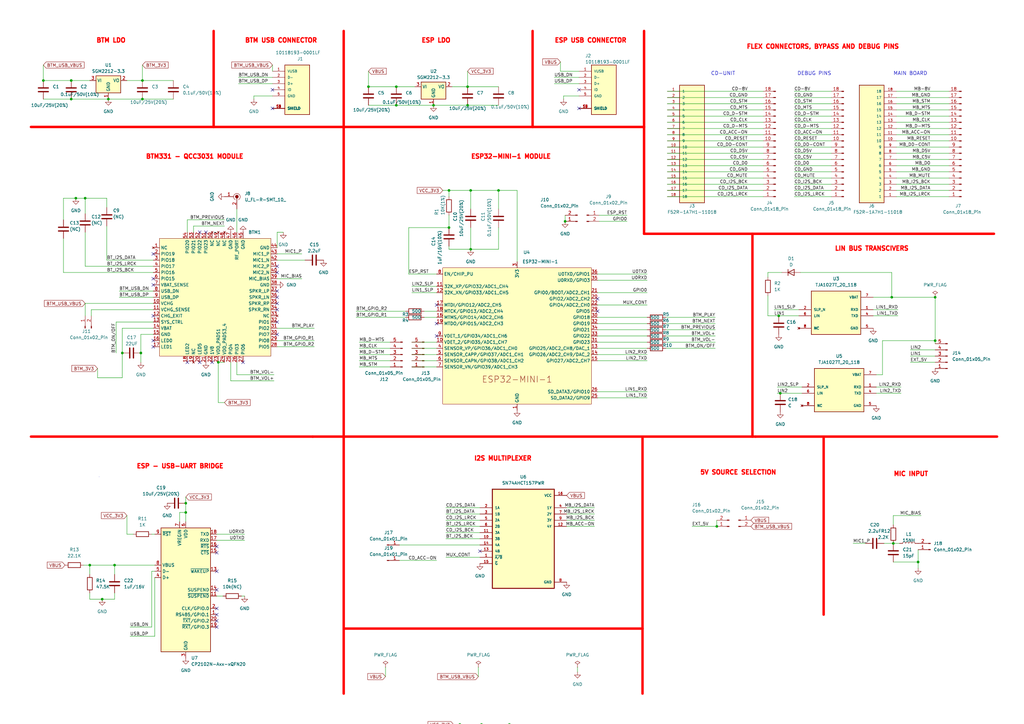
<source format=kicad_sch>
(kicad_sch (version 20230121) (generator eeschema)
  (paper "A3")
  (title_block (title "Volvo P1 bluetooth MOD dev board") (date "2023-10-01") (rev "0.1") (company "MCMSB"))
  (junction (at 204.47 78.105))
  (junction (at 197.485 297.18))
  (junction (at 34.925 81.28))
  (junction (at 366.395 222.885))
  (junction (at 383.54 139.7))
  (junction (at 231.775 90.805))
  (junction (at 29.21 33.02))
  (junction (at 162.56 35.56))
  (junction (at 58.42 33.02))
  (junction (at 177.8 43.18))
  (junction (at 58.42 40.64))
  (junction (at 188.595 312.42))
  (junction (at 197.485 321.31))
  (junction (at 294.005 215.9))
  (junction (at 191.77 35.56))
  (junction (at 17.78 33.02))
  (junction (at 208.915 297.18))
  (junction (at 216.535 377.19))
  (junction (at 383.54 121.92))
  (junction (at 184.15 78.105))
  (junction (at 44.45 40.64))
  (junction (at 180.34 349.25))
  (junction (at 89.535 148.59))
  (junction (at 57.785 144.78))
  (junction (at 320.04 161.29))
  (junction (at 31.115 81.28))
  (junction (at 29.21 40.64))
  (junction (at 376.555 230.505))
  (junction (at 319.405 129.54))
  (junction (at 36.83 231.775))
  (junction (at 180.34 354.33))
  (junction (at 365.76 121.92))
  (junction (at 188.595 297.18))
  (junction (at 151.13 35.56))
  (junction (at 76.2 210.185))
  (junction (at 193.04 102.235))
  (junction (at 41.91 245.745))
  (junction (at 46.99 231.775))
  (junction (at 162.56 43.18))
  (junction (at 50.165 144.78))
  (junction (at 193.04 78.105))
  (junction (at 191.77 43.18))
  (junction (at 76.2 206.375))
  (junction (at 184.15 93.345))
  (no_connect (at 86.995 148.59))
  (no_connect (at 245.11 127.635))
  (no_connect (at 249.555 346.71))
  (no_connect (at 81.915 148.59))
  (no_connect (at 111.76 36.83))
  (no_connect (at 113.665 111.76))
  (no_connect (at 113.665 127))
  (no_connect (at 113.665 119.38))
  (no_connect (at 88.9 224.155))
  (no_connect (at 179.07 132.715))
  (no_connect (at 237.49 44.45))
  (no_connect (at 183.515 344.17))
  (no_connect (at 113.665 124.46))
  (no_connect (at 88.9 254.635))
  (no_connect (at 84.455 95.25))
  (no_connect (at 245.11 122.555))
  (no_connect (at 111.76 44.45))
  (no_connect (at 62.865 129.54))
  (no_connect (at 113.665 121.92))
  (no_connect (at 88.9 249.555))
  (no_connect (at 249.555 341.63))
  (no_connect (at 99.695 148.59))
  (no_connect (at 179.07 137.795))
  (no_connect (at 81.915 95.25))
  (no_connect (at 76.835 148.59))
  (no_connect (at 88.9 234.315))
  (no_connect (at 62.865 104.14))
  (no_connect (at 113.665 137.16))
  (no_connect (at 237.49 36.83))
  (no_connect (at 196.85 226.06))
  (no_connect (at 113.665 132.08))
  (no_connect (at 183.515 351.79))
  (no_connect (at 88.9 252.095))
  (no_connect (at 62.865 116.84))
  (no_connect (at 113.665 109.22))
  (no_connect (at 88.9 226.695))
  (no_connect (at 62.865 139.7))
  (no_connect (at 62.865 114.3))
  (no_connect (at 88.9 241.935))
  (no_connect (at 179.07 125.095))
  (no_connect (at 88.9 257.175))
  (no_connect (at 62.865 142.24))
  (wire (pts (xy 273.05 137.795) (xy 293.37 137.795)))
  (wire (pts (xy 151.765 361.95) (xy 164.465 361.95)))
  (wire (pts (xy 94.615 148.59) (xy 94.615 156.21)))
  (wire (pts (xy 368.3 127) (xy 358.14 127)))
  (wire (pts (xy 389.255 50.165) (xy 367.665 50.165)))
  (wire (pts (xy 89.535 165.1) (xy 89.535 148.59)))
  (wire (pts (xy 147.32 150.495) (xy 160.02 150.495)))
  (wire (pts (xy 265.43 163.195) (xy 245.11 163.195)))
  (wire (pts (xy 183.515 346.71) (xy 178.435 346.71)))
  (wire (pts (xy 197.485 321.31) (xy 197.485 312.42)))
  (wire (pts (xy 277.495 354.33) (xy 297.815 354.33)))
  (wire (pts (xy 320.675 111.76) (xy 314.96 111.76)))
  (wire (pts (xy 197.485 297.18) (xy 197.485 304.8)))
  (wire (pts (xy 358.14 121.92) (xy 365.76 121.92)))
  (wire (pts (xy 34.925 124.46) (xy 62.865 124.46)))
  (wire (pts (xy 249.555 367.03) (xy 269.875 367.03)))
  (wire (pts (xy 184.15 88.265) (xy 184.15 93.345)))
  (wire (pts (xy 166.37 130.175) (xy 146.05 130.175)))
  (wire (pts (xy 367.665 45.085) (xy 389.255 45.085)))
  (wire (pts (xy 47.625 144.78) (xy 47.625 132.08)))
  (wire (pts (xy 320.04 161.29) (xy 328.93 161.29)))
  (wire (pts (xy 94.615 156.21) (xy 112.395 156.21)))
  (wire (pts (xy 314.96 129.54) (xy 319.405 129.54)))
  (wire (pts (xy 17.78 26.67) (xy 17.78 33.02)))
  (wire (pts (xy 100.33 221.615) (xy 88.9 221.615)))
  (wire (pts (xy 249.555 361.95) (xy 269.875 361.95)))
  (wire (pts (xy 389.255 60.325) (xy 367.665 60.325)))
  (wire (pts (xy 52.07 33.02) (xy 58.42 33.02)))
  (wire (pts (xy 179.07 127.635) (xy 173.99 127.635)))
  (wire (pts (xy 325.755 67.945) (xy 340.995 67.945)))
  (wire (pts (xy 151.765 356.87) (xy 164.465 356.87)))
  (wire (pts (xy 249.555 356.87) (xy 269.875 356.87)))
  (wire (pts (xy 273.685 42.545) (xy 313.055 42.545)))
  (wire (pts (xy 314.96 111.76) (xy 314.96 113.665)))
  (wire (pts (xy 269.875 334.01) (xy 249.555 334.01)))
  (wire (pts (xy 277.495 364.49) (xy 297.18 364.49)))
  (wire (pts (xy 26.035 97.79) (xy 26.035 111.76)))
  (wire (pts (xy 367.665 80.645) (xy 389.255 80.645)))
  (wire (pts (xy 204.47 78.105) (xy 204.47 85.725)))
  (wire (pts (xy 269.875 351.79) (xy 249.555 351.79)))
  (wire (pts (xy 73.66 210.185) (xy 73.66 213.995)))
  (wire (pts (xy 249.555 344.17) (xy 269.875 344.17)))
  (wire (pts (xy 116.205 95.25) (xy 113.665 95.25)))
  (wire (pts (xy 184.15 100.965) (xy 184.15 102.235)))
  (wire (pts (xy 366.395 230.505) (xy 376.555 230.505)))
  (wire (pts (xy 182.88 228.6) (xy 196.85 228.6)))
  (wire (pts (xy 193.04 102.235) (xy 204.47 102.235)))
  (wire (pts (xy 172.085 312.42) (xy 188.595 312.42)))
  (wire (pts (xy 313.055 57.785) (xy 273.685 57.785)))
  (wire (pts (xy 245.11 135.255) (xy 265.43 135.255)))
  (wire (pts (xy 36.83 245.745) (xy 36.83 243.205)))
  (wire (pts (xy 41.91 245.745) (xy 46.99 245.745)))
  (wire (pts (xy 273.685 75.565) (xy 313.055 75.565)))
  (wire (pts (xy 367.665 55.245) (xy 389.255 55.245)))
  (wire (pts (xy 367.665 78.105) (xy 389.255 78.105)))
  (wire (pts (xy 123.825 104.14) (xy 113.665 104.14)))
  (wire (pts (xy 325.755 70.485) (xy 340.995 70.485)))
  (wire (pts (xy 273.685 78.105) (xy 313.055 78.105)))
  (wire (pts (xy 188.595 321.31) (xy 197.485 321.31)))
  (wire (pts (xy 79.375 95.25) (xy 79.375 92.71)))
  (wire (pts (xy 313.055 73.025) (xy 273.685 73.025)))
  (wire (pts (xy 173.355 361.95) (xy 183.515 361.95)))
  (wire (pts (xy 76.2 210.185) (xy 73.66 210.185)))
  (wire (pts (xy 361.95 139.7) (xy 383.54 139.7)))
  (wire (pts (xy 273.685 37.465) (xy 313.055 37.465)))
  (wire (pts (xy 273.685 65.405) (xy 313.055 65.405)))
  (wire (pts (xy 167.64 112.395) (xy 167.64 93.345)))
  (wire (pts (xy 88.9 244.475) (xy 91.44 244.475)))
  (wire (pts (xy 249.555 364.49) (xy 269.875 364.49)))
  (wire (pts (xy 317.5 127) (xy 327.66 127)))
  (wire (pts (xy 362.585 222.885) (xy 366.395 222.885)))
  (wire (pts (xy 170.815 346.71) (xy 150.495 346.71)))
  (wire (pts (xy 158.115 273.685) (xy 158.115 277.495)))
  (wire (pts (xy 265.43 112.395) (xy 245.11 112.395)))
  (wire (pts (xy 188.595 307.34) (xy 188.595 312.42)))
  (wire (pts (xy 177.8 43.18) (xy 191.77 43.18)))
  (wire (pts (xy 63.5 260.985) (xy 53.34 260.985)))
  (wire (pts (xy 182.88 215.9) (xy 196.85 215.9)))
  (wire (pts (xy 180.34 349.25) (xy 178.435 349.25)))
  (wire (pts (xy 325.755 80.645) (xy 340.995 80.645)))
  (wire (pts (xy 173.355 339.09) (xy 183.515 339.09)))
  (wire (pts (xy 31.115 81.28) (xy 34.925 81.28)))
  (wire (pts (xy 365.76 111.76) (xy 365.76 121.92)))
  (wire (pts (xy 313.055 60.325) (xy 273.685 60.325)))
  (wire (pts (xy 359.41 153.67) (xy 361.95 153.67)))
  (wire (pts (xy 43.815 81.28) (xy 34.925 81.28)))
  (wire (pts (xy 376.555 233.045) (xy 376.555 230.505)))
  (wire (pts (xy 113.665 106.68) (xy 125.095 106.68)))
  (wire (pts (xy 367.665 52.705) (xy 389.255 52.705)))
  (wire (pts (xy 389.255 65.405) (xy 367.665 65.405)))
  (wire (pts (xy 76.2 203.835) (xy 76.2 206.375)))
  (wire (pts (xy 89.535 148.59) (xy 92.075 148.59)))
  (wire (pts (xy 182.88 210.82) (xy 196.85 210.82)))
  (wire (pts (xy 366.395 222.885) (xy 368.935 222.885)))
  (wire (pts (xy 168.91 117.475) (xy 179.07 117.475)))
  (wire (pts (xy 26.035 111.76) (xy 62.865 111.76)))
  (wire (pts (xy 97.79 34.29) (xy 111.76 34.29)))
  (wire (pts (xy 163.83 229.87) (xy 179.07 229.87)))
  (wire (pts (xy 389.255 57.785) (xy 367.665 57.785)))
  (wire (pts (xy 186.055 297.18) (xy 188.595 297.18)))
  (wire (pts (xy 76.2 206.375) (xy 76.2 210.185)))
  (wire (pts (xy 389.255 37.465) (xy 367.665 37.465)))
  (wire (pts (xy 100.33 219.075) (xy 88.9 219.075)))
  (wire (pts (xy 257.175 88.265) (xy 245.745 88.265)))
  (wire (pts (xy 325.755 62.865) (xy 340.995 62.865)))
  (wire (pts (xy 184.15 78.105) (xy 184.15 80.645)))
  (wire (pts (xy 265.43 145.415) (xy 245.11 145.415)))
  (wire (pts (xy 167.64 93.345) (xy 184.15 93.345)))
  (wire (pts (xy 204.47 35.56) (xy 191.77 35.56)))
  (wire (pts (xy 249.555 359.41) (xy 269.875 359.41)))
  (wire (pts (xy 185.42 35.56) (xy 191.77 35.56)))
  (wire (pts (xy 273.05 140.335) (xy 293.37 140.335)))
  (wire (pts (xy 349.885 222.885) (xy 354.965 222.885)))
  (wire (pts (xy 361.95 153.67) (xy 361.95 139.7)))
  (wire (pts (xy 245.11 142.875) (xy 265.43 142.875)))
  (wire (pts (xy 180.34 354.33) (xy 183.515 354.33)))
  (wire (pts (xy 97.155 148.59) (xy 97.155 153.67)))
  (wire (pts (xy 273.05 142.875) (xy 293.37 142.875)))
  (wire (pts (xy 62.23 219.075) (xy 63.5 219.075)))
  (wire (pts (xy 265.43 120.015) (xy 245.11 120.015)))
  (wire (pts (xy 245.11 137.795) (xy 265.43 137.795)))
  (wire (pts (xy 389.255 73.025) (xy 367.665 73.025)))
  (wire (pts (xy 62.23 234.315) (xy 62.23 257.175)))
  (wire (pts (xy 376.555 230.505) (xy 376.555 225.425)))
  (wire (pts (xy 168.91 147.955) (xy 179.07 147.955)))
  (wire (pts (xy 147.32 145.415) (xy 160.02 145.415)))
  (wire (pts (xy 216.535 297.18) (xy 216.535 326.39)))
  (wire (pts (xy 369.57 161.29) (xy 359.41 161.29)))
  (wire (pts (xy 37.465 127) (xy 62.865 127)))
  (wire (pts (xy 216.535 377.19) (xy 219.075 377.19)))
  (wire (pts (xy 17.78 40.64) (xy 29.21 40.64)))
  (wire (pts (xy 212.09 78.105) (xy 212.09 107.315)))
  (wire (pts (xy 188.595 320.04) (xy 188.595 321.31)))
  (wire (pts (xy 92.075 165.1) (xy 89.535 165.1)))
  (wire (pts (xy 273.685 70.485) (xy 313.055 70.485)))
  (wire (pts (xy 232.41 215.9) (xy 243.84 215.9)))
  (wire (pts (xy 188.595 297.18) (xy 188.595 299.72)))
  (wire (pts (xy 34.925 109.22) (xy 62.865 109.22)))
  (wire (pts (xy 269.875 372.11) (xy 249.555 372.11)))
  (wire (pts (xy 168.91 140.335) (xy 179.07 140.335)))
  (wire (pts (xy 29.21 40.64) (xy 44.45 40.64)))
  (wire (pts (xy 208.915 297.18) (xy 216.535 297.18)))
  (wire (pts (xy 188.595 297.18) (xy 197.485 297.18)))
  (wire (pts (xy 325.755 45.085) (xy 340.995 45.085)))
  (wire (pts (xy 57.785 137.16) (xy 57.785 144.78)))
  (wire (pts (xy 111.76 39.37) (xy 104.14 39.37)))
  (wire (pts (xy 208.915 297.18) (xy 208.915 304.8)))
  (wire (pts (xy 168.91 142.875) (xy 179.07 142.875)))
  (wire (pts (xy 273.685 62.865) (xy 313.055 62.865)))
  (wire (pts (xy 48.895 121.92) (xy 62.865 121.92)))
  (wire (pts (xy 62.23 257.175) (xy 53.34 257.175)))
  (wire (pts (xy 265.43 114.935) (xy 245.11 114.935)))
  (wire (pts (xy 273.685 40.005) (xy 313.055 40.005)))
  (wire (pts (xy 245.745 90.805) (xy 257.175 90.805)))
  (wire (pts (xy 269.875 331.47) (xy 249.555 331.47)))
  (wire (pts (xy 166.37 127.635) (xy 146.05 127.635)))
  (wire (pts (xy 389.255 42.545) (xy 367.665 42.545)))
  (wire (pts (xy 44.45 40.64) (xy 58.42 40.64)))
  (wire (pts (xy 277.495 361.95) (xy 297.815 361.95)))
  (wire (pts (xy 63.5 236.855) (xy 63.5 260.985)))
  (wire (pts (xy 325.755 65.405) (xy 340.995 65.405)))
  (wire (pts (xy 273.685 47.625) (xy 313.055 47.625)))
  (wire (pts (xy 237.49 34.29) (xy 227.33 34.29)))
  (wire (pts (xy 26.035 81.28) (xy 31.115 81.28)))
  (wire (pts (xy 40.005 151.13) (xy 40.005 154.94)))
  (wire (pts (xy 58.42 26.67) (xy 58.42 33.02)))
  (wire (pts (xy 183.515 331.47) (xy 172.085 331.47)))
  (wire (pts (xy 63.5 234.315) (xy 62.23 234.315)))
  (wire (pts (xy 151.765 359.41) (xy 164.465 359.41)))
  (wire (pts (xy 365.76 121.92) (xy 383.54 121.92)))
  (wire (pts (xy 104.14 39.37) (xy 104.14 40.64)))
  (wire (pts (xy 368.3 129.54) (xy 358.14 129.54)))
  (wire (pts (xy 389.255 70.485) (xy 367.665 70.485)))
  (wire (pts (xy 273.685 55.245) (xy 313.055 55.245)))
  (wire (pts (xy 325.755 78.105) (xy 340.995 78.105)))
  (wire (pts (xy 231.14 39.37) (xy 231.14 40.64)))
  (wire (pts (xy 197.485 297.18) (xy 208.915 297.18)))
  (wire (pts (xy 325.755 75.565) (xy 340.995 75.565)))
  (wire (pts (xy 232.41 208.28) (xy 243.84 208.28)))
  (wire (pts (xy 318.77 161.29) (xy 320.04 161.29)))
  (wire (pts (xy 249.555 354.33) (xy 269.875 354.33)))
  (wire (pts (xy 151.13 35.56) (xy 162.56 35.56)))
  (wire (pts (xy 46.99 231.775) (xy 63.5 231.775)))
  (wire (pts (xy 76.835 95.25) (xy 76.835 90.17)))
  (wire (pts (xy 325.755 47.625) (xy 340.995 47.625)))
  (wire (pts (xy 273.685 80.645) (xy 313.055 80.645)))
  (wire (pts (xy 184.15 102.235) (xy 193.04 102.235)))
  (wire (pts (xy 325.755 50.165) (xy 340.995 50.165)))
  (wire (pts (xy 58.42 40.64) (xy 71.12 40.64)))
  (wire (pts (xy 162.56 35.56) (xy 170.18 35.56)))
  (wire (pts (xy 269.875 349.25) (xy 249.555 349.25)))
  (wire (pts (xy 196.85 218.44) (xy 182.88 218.44)))
  (wire (pts (xy 269.875 339.09) (xy 249.555 339.09)))
  (wire (pts (xy 245.11 132.715) (xy 265.43 132.715)))
  (wire (pts (xy 79.375 92.71) (xy 92.075 92.71)))
  (wire (pts (xy 367.665 75.565) (xy 389.255 75.565)))
  (wire (pts (xy 97.79 31.75) (xy 111.76 31.75)))
  (wire (pts (xy 277.495 356.87) (xy 297.815 356.87)))
  (wire (pts (xy 34.925 81.28) (xy 34.925 87.63)))
  (wire (pts (xy 173.355 336.55) (xy 183.515 336.55)))
  (wire (pts (xy 245.11 125.095) (xy 265.43 125.095)))
  (wire (pts (xy 265.43 147.955) (xy 245.11 147.955)))
  (wire (pts (xy 62.865 134.62) (xy 50.165 134.62)))
  (wire (pts (xy 373.38 146.05) (xy 383.54 146.05)))
  (wire (pts (xy 113.665 142.24) (xy 128.905 142.24)))
  (wire (pts (xy 191.77 43.18) (xy 204.47 43.18)))
  (wire (pts (xy 383.54 139.7) (xy 383.54 140.97)))
  (wire (pts (xy 231.775 88.265) (xy 231.775 90.805)))
  (wire (pts (xy 273.05 135.255) (xy 293.37 135.255)))
  (wire (pts (xy 162.56 43.18) (xy 177.8 43.18)))
  (wire (pts (xy 151.765 364.49) (xy 164.465 364.49)))
  (wire (pts (xy 128.905 139.7) (xy 113.665 139.7)))
  (wire (pts (xy 325.755 73.025) (xy 340.995 73.025)))
  (wire (pts (xy 229.87 25.4) (xy 229.87 29.21)))
  (wire (pts (xy 204.47 78.105) (xy 212.09 78.105)))
  (wire (pts (xy 191.77 29.21) (xy 191.77 35.56)))
  (wire (pts (xy 196.85 208.28) (xy 182.88 208.28)))
  (wire (pts (xy 57.785 144.78) (xy 57.785 148.59)))
  (wire (pts (xy 325.755 52.705) (xy 340.995 52.705)))
  (wire (pts (xy 48.895 119.38) (xy 62.865 119.38)))
  (wire (pts (xy 173.355 356.87) (xy 183.515 356.87)))
  (wire (pts (xy 269.875 369.57) (xy 249.555 369.57)))
  (wire (pts (xy 111.76 26.67) (xy 111.76 29.21)))
  (wire (pts (xy 313.055 50.165) (xy 273.685 50.165)))
  (wire (pts (xy 46.99 245.745) (xy 46.99 243.205)))
  (wire (pts (xy 47.625 132.08) (xy 62.865 132.08)))
  (wire (pts (xy 227.33 31.75) (xy 237.49 31.75)))
  (wire (pts (xy 172.085 331.47) (xy 172.085 312.42)))
  (wire (pts (xy 196.215 273.685) (xy 196.215 277.495)))
  (wire (pts (xy 325.755 40.005) (xy 340.995 40.005)))
  (wire (pts (xy 151.13 43.18) (xy 162.56 43.18)))
  (wire (pts (xy 237.49 39.37) (xy 231.14 39.37)))
  (wire (pts (xy 17.78 33.02) (xy 29.21 33.02)))
  (wire (pts (xy 389.255 67.945) (xy 367.665 67.945)))
  (wire (pts (xy 389.255 47.625) (xy 367.665 47.625)))
  (wire (pts (xy 328.295 111.76) (xy 365.76 111.76)))
  (wire (pts (xy 373.38 143.51) (xy 383.54 143.51)))
  (wire (pts (xy 245.11 130.175) (xy 265.43 130.175)))
  (wire (pts (xy 319.405 129.54) (xy 327.66 129.54)))
  (wire (pts (xy 52.07 211.455) (xy 52.07 219.075)))
  (wire (pts (xy 325.755 57.785) (xy 340.995 57.785)))
  (wire (pts (xy 373.38 148.59) (xy 383.54 148.59)))
  (wire (pts (xy 173.355 364.49) (xy 183.515 364.49)))
  (wire (pts (xy 34.925 95.25) (xy 34.925 109.22)))
  (wire (pts (xy 389.255 40.005) (xy 367.665 40.005)))
  (wire (pts (xy 50.165 144.78) (xy 50.165 154.94)))
  (wire (pts (xy 314.96 121.285) (xy 314.96 129.54)))
  (wire (pts (xy 34.925 124.46) (xy 34.925 129.54)))
  (wire (pts (xy 26.035 90.17) (xy 26.035 81.28)))
  (wire (pts (xy 52.07 219.075) (xy 54.61 219.075)))
  (wire (pts (xy 383.54 121.92) (xy 383.54 139.7)))
  (wire (pts (xy 325.755 60.325) (xy 340.995 60.325)))
  (wire (pts (xy 43.815 106.68) (xy 62.865 106.68)))
  (wire (pts (xy 283.845 215.9) (xy 294.005 215.9)))
  (wire (pts (xy 265.43 160.655) (xy 245.11 160.655)))
  (wire (pts (xy 273.685 52.705) (xy 313.055 52.705)))
  (wire (pts (xy 369.57 158.75) (xy 359.41 158.75)))
  (wire (pts (xy 232.41 213.36) (xy 243.84 213.36)))
  (wire (pts (xy 273.05 132.715) (xy 293.37 132.715)))
  (wire (pts (xy 204.47 102.235) (xy 204.47 93.345)))
  (wire (pts (xy 76.835 90.17) (xy 92.075 90.17)))
  (wire (pts (xy 112.395 153.67) (xy 97.155 153.67)))
  (wire (pts (xy 183.515 349.25) (xy 180.34 349.25)))
  (wire (pts (xy 197.485 321.31) (xy 208.915 321.31)))
  (wire (pts (xy 37.465 129.54) (xy 37.465 127)))
  (wire (pts (xy 97.155 95.25) (xy 97.155 85.725)))
  (wire (pts (xy 100.33 244.475) (xy 99.06 244.475)))
  (wire (pts (xy 147.32 147.955) (xy 160.02 147.955)))
  (wire (pts (xy 377.825 211.455) (xy 366.395 211.455)))
  (wire (pts (xy 76.2 210.185) (xy 76.2 213.995)))
  (wire (pts (xy 182.88 220.98) (xy 196.85 220.98)))
  (wire (pts (xy 50.165 154.94) (xy 40.005 154.94)))
  (wire (pts (xy 123.825 114.3) (xy 113.665 114.3)))
  (wire (pts (xy 173.355 359.41) (xy 183.515 359.41)))
  (wire (pts (xy 147.32 140.335) (xy 160.02 140.335)))
  (wire (pts (xy 43.815 85.09) (xy 43.815 81.28)))
  (wire (pts (xy 163.83 223.52) (xy 196.85 223.52)))
  (wire (pts (xy 168.91 150.495) (xy 179.07 150.495)))
  (wire (pts (xy 245.11 140.335) (xy 265.43 140.335)))
  (wire (pts (xy 366.395 211.455) (xy 366.395 215.265)))
  (wire (pts (xy 62.865 137.16) (xy 57.785 137.16)))
  (wire (pts (xy 179.07 112.395) (xy 167.64 112.395)))
  (wire (pts (xy 147.32 142.875) (xy 160.02 142.875)))
  (wire (pts (xy 29.21 33.02) (xy 36.83 33.02)))
  (wire (pts (xy 277.495 367.03) (xy 297.815 367.03)))
  (wire (pts (xy 36.83 235.585) (xy 36.83 231.775)))
  (wire (pts (xy 36.83 231.775) (xy 46.99 231.775)))
  (wire (pts (xy 179.07 130.175) (xy 173.99 130.175)))
  (wire (pts (xy 168.91 120.015) (xy 179.07 120.015)))
  (wire (pts (xy 193.04 78.105) (xy 204.47 78.105)))
  (wire (pts (xy 193.04 102.235) (xy 193.04 93.345)))
  (wire (pts (xy 229.87 29.21) (xy 237.49 29.21)))
  (wire (pts (xy 325.755 42.545) (xy 340.995 42.545)))
  (wire (pts (xy 184.15 78.105) (xy 193.04 78.105)))
  (wire (pts (xy 208.915 321.31) (xy 208.915 312.42)))
  (wire (pts (xy 273.05 130.175) (xy 293.37 130.175)))
  (wire (pts (xy 151.765 354.33) (xy 164.465 354.33)))
  (wire (pts (xy 236.855 275.59) (xy 236.855 273.685)))
  (wire (pts (xy 113.665 95.25) (xy 113.665 101.6)))
  (wire (pts (xy 181.61 78.105) (xy 184.15 78.105)))
  (wire (pts (xy 277.495 359.41) (xy 297.815 359.41)))
  (wire (pts (xy 273.685 67.945) (xy 313.055 67.945)))
  (wire (pts (xy 325.755 37.465) (xy 340.995 37.465)))
  (wire (pts (xy 46.99 235.585) (xy 46.99 231.775)))
  (wire (pts (xy 128.905 134.62) (xy 113.665 134.62)))
  (wire (pts (xy 232.41 210.82) (xy 243.84 210.82)))
  (wire (pts (xy 294.005 213.36) (xy 294.005 215.9)))
  (wire (pts (xy 196.85 213.36) (xy 182.88 213.36)))
  (wire (pts (xy 193.04 78.105) (xy 193.04 85.725)))
  (wire (pts (xy 389.255 62.865) (xy 367.665 62.865)))
  (wire (pts (xy 325.755 55.245) (xy 340.995 55.245)))
  (wire (pts (xy 50.165 134.62) (xy 50.165 144.78)))
  (wire (pts (xy 34.29 231.775) (xy 36.83 231.775)))
  (wire (pts (xy 180.34 349.25) (xy 180.34 354.33)))
  (wire (pts (xy 318.77 158.75) (xy 328.93 158.75)))
  (wire (pts (xy 173.355 354.33) (xy 180.34 354.33)))
  (wire (pts (xy 151.13 29.21) (xy 151.13 35.56)))
  (wire (pts (xy 36.83 245.745) (xy 41.91 245.745)))
  (wire (pts (xy 170.815 349.25) (xy 150.495 349.25)))
  (wire (pts (xy 58.42 33.02) (xy 71.12 33.02)))
  (wire (pts (xy 43.815 92.71) (xy 43.815 106.68)))
  (wire (pts (xy 313.055 45.085) (xy 273.685 45.085)))
  (wire (pts (xy 168.91 145.415) (xy 179.07 145.415)))
  (rectangle (start 337.82 179.705) (end 337.82 252.095) (stroke (width 1) (color 255 0 0 1)))
  (rectangle (start 218.44 12.7) (end 218.44 52.07) (stroke (width 1) (color 255 0 0 1)))
  (rectangle (start 140.97 257.81) (end 263.525 257.81) (stroke (width 1) (color 255 0 0 1)))
  (rectangle (start 87.63 12.7) (end 87.63 52.07) (stroke (width 1) (color 255 0 0 1)))
  (rectangle (start 263.525 179.705) (end 263.525 284.48) (stroke (width 1) (color 255 0 0 1)))
  (rectangle (start 128.27 179.07) (end 309.88 179.07) (stroke (width 1) (color 255 0 0 1)))
  (rectangle (start 308.61 95.885) (end 308.61 179.07) (stroke (width 1) (color 255 0 0 1)))
  (rectangle (start 12.7 52.07) (end 140.97 52.07) (stroke (width 1) (color 255 0 0 1)))
  (rectangle (start 40.64 195.58) (end 40.64 195.58))
  (rectangle (start 140.97 52.07) (end 264.16 52.07) (stroke (width 1) (color 255 0 0 1)))
  (rectangle (start 140.97 12.7) (end 140.97 284.48) (stroke (width 1) (color 255 0 0 1)))
  (rectangle (start 12.7 179.07) (end 128.27 179.07) (stroke (width 1) (color 255 0 0 1)))
  (rectangle (start 264.16 12.7) (end 264.16 95.885) (stroke (width 1) (color 255 0 0 1)))
  (rectangle (start 309.88 179.07) (end 408.94 179.07) (stroke (width 1) (color 255 0 0 1)))
  (rectangle (start 264.16 95.885) (end 407.67 95.885) (stroke (width 1) (color 255 0 0 1)))
  (text "I2S MULTIPLEXER\n" (at 194.31 189.23 0) (effects (font (size 1.8 1.8) (thickness 0.6) bold) (justify left bottom)))
  (text "BTM USB CONNECTOR" (at 100.33 17.78 0) (effects (font (size 1.8 1.8) (thickness 0.6) bold) (justify left bottom)))
  (text "BTM LDO\n" (at 39.37 17.78 0) (effects (font (size 1.8 1.8) (thickness 0.6) bold) (justify left bottom)))
  (text "5V SOURCE SELECTION" (at 287.02 194.945 0) (effects (font (size 1.8 1.8) (thickness 0.6) bold) (justify left bottom)))
  (text "MIC INPUT\n" (at 366.395 195.58 0) (effects (font (size 1.8 1.8) (thickness 0.6) bold) (justify left bottom)))
  (text "MAIN BOARD" (at 366.395 31.115 0) (effects (font (size 1.5 1.5)) (justify left bottom)))
  (text "ESP32-MINI-1 MODULE" (at 193.04 65.405 0) (effects (font (size 1.8 1.8) (thickness 0.6) bold) (justify left bottom)))
  (text "ESP USB CONNECTOR" (at 227.33 17.78 0) (effects (font (size 1.8 1.8) (thickness 0.6) bold) (justify left bottom)))
  (text "BTM331 - QCC3031 MODULE\n" (at 59.69 65.405 0) (effects (font (size 1.8 1.8) (thickness 0.6) bold) (justify left bottom)))
  (text "CD-UNIT" (at 301.625 31.115 0) (effects (font (size 1.5 1.5)) (justify right bottom)))
  (text "ESP - USB-UART BRIDGE" (at 55.88 192.405 0) (effects (font (size 1.8 1.8) (thickness 0.6) bold) (justify left bottom)))
  (text "LIN BUS TRANSCIVERS\n\n" (at 342.265 106.045 0) (effects (font (size 1.8 1.8) (thickness 0.6) bold) (justify left bottom)))
  (text "DEBUG PINS" (at 340.995 31.115 0) (effects (font (size 1.5 1.5)) (justify right bottom)))
  (text "ESP LDO" (at 172.72 17.78 0) (effects (font (size 1.8 1.8) (thickness 0.6) bold) (justify left bottom)))
  (text "FLEX CONNECTORS, BYPASS AND DEBUG PINS" (at 306.07 20.32 0) (effects (font (size 1.8 1.8) (thickness 0.6) bold) (justify left bottom)))
  (label "LIN1_TXD" (at 368.3 129.54 180))
  (label "CD_C5V" (at 306.705 65.405 180))
  (label "LIN1" (at 317.5 129.54 0))
  (label "EXT_5V" (at 373.38 148.59 0))
  (label "CD_D-STM" (at 306.705 47.625 180))
  (label "GPIO0" (at 269.875 339.09 180))
  (label "CD_MTS" (at 306.705 45.085 180))
  (label "CD_STM" (at 325.755 42.545 0))
  (label "CD-8V" (at 325.755 37.465 0))
  (label "MB_D-MTS" (at 381.635 52.705 180))
  (label "MB_STM" (at 151.765 364.49 0))
  (label "BTM_GPIO_R1" (at 150.495 349.25 0))
  (label "BTM_GPIO_R2" (at 150.495 346.71 0))
  (label "U0TXD" (at 100.33 221.615 180))
  (label "MB_GND" (at 381.635 70.485 180))
  (label "CD_RESET" (at 306.705 57.785 180))
  (label "CD_CLK" (at 306.705 50.165 180))
  (label "BTM_VOL+" (at 297.815 356.87 180))
  (label "LIN1_TXD" (at 265.43 163.195 180))
  (label "MB_D-MTS" (at 151.765 354.33 0))
  (label "MB_GND" (at 381.635 40.005 180))
  (label "BTM_ON{slash}OFF" (at 47.625 144.78 90))
  (label "MB_I2S_BCK" (at 381.635 75.565 180))
  (label "MB_DD-CONT" (at 381.635 60.325 180))
  (label "CD_I2S_LRCK" (at 306.705 80.645 180))
  (label "U0TXD" (at 265.43 112.395 180))
  (label "LIN2_RXD" (at 269.875 351.79 180))
  (label "CD_RESET" (at 325.755 57.785 0))
  (label "BTM_VOL+" (at 293.37 137.795 180))
  (label "CD_ACC-ON" (at 306.705 55.245 180))
  (label "USB_DP" (at 53.34 260.985 0))
  (label "MB_STM" (at 147.32 150.495 0))
  (label "MUX_CONT" (at 269.875 344.17 180))
  (label "U0TXD" (at 269.875 331.47 180))
  (label "LIN2_SLP" (at 318.77 158.75 0))
  (label "CD_ACC-ON" (at 179.07 229.87 180))
  (label "LIN2" (at 373.38 143.51 0))
  (label "CD_MTS" (at 325.755 45.085 0))
  (label "MB_CLK" (at 151.765 356.87 0))
  (label "CD_GND" (at 325.755 40.005 0))
  (label "BTM_PREVIOUS" (at 92.075 90.17 180))
  (label "MB-8V" (at 381.635 37.465 180))
  (label "BTM_VOL-" (at 112.395 153.67 180))
  (label "BT_I2S_LRCK" (at 43.815 109.22 0))
  (label "BT_I2S_DATA" (at 182.88 210.82 0))
  (label "BTM_PLAY" (at 293.37 130.175 180))
  (label "LIN1_TXD" (at 269.875 372.11 180))
  (label "MB_I2S_DATA" (at 243.84 208.28 180))
  (label "ESP_RST" (at 167.64 112.395 0))
  (label "LIN2_TXD" (at 369.57 161.29 180))
  (label "CD_D0" (at 325.755 67.945 0))
  (label "MB_ACC-ON" (at 243.84 215.9 180))
  (label "MIC1_P" (at 349.885 222.885 0))
  (label "BTM_USB_DP" (at 97.79 34.29 0))
  (label "BTM_USB_DN" (at 48.895 119.38 0))
  (label "MB_D-STM" (at 381.635 47.625 180))
  (label "LIN1_SLP" (at 317.5 127 0))
  (label "MB_D-MTS" (at 147.32 140.335 0))
  (label "MUX_CONT" (at 265.43 125.095 180))
  (label "BTM_USB_DN" (at 97.79 31.75 0))
  (label "LIN2_RXD" (at 265.43 145.415 180))
  (label "BTM_PREVIOUS" (at 297.815 354.33 180))
  (label "CD_I2S_DATA" (at 325.755 78.105 0))
  (label "MB_I2S_LRCK" (at 243.84 210.82 180))
  (label "CD_MUTE" (at 325.755 73.025 0))
  (label "CD_I2S_DATA" (at 182.88 208.28 0))
  (label "CD_D5V" (at 325.755 62.865 0))
  (label "BTM_GPIO_R1" (at 146.05 130.175 0))
  (label "BTM_ON{slash}OFF" (at 293.37 142.875 180))
  (label "MB_D-STM" (at 147.32 145.415 0))
  (label "CD_D0" (at 306.705 67.945 180))
  (label "CD_ACC-ON" (at 325.755 55.245 0))
  (label "BTM_VOL-" (at 293.37 140.335 180))
  (label "ESP_RST" (at 257.175 88.265 180))
  (label "MB_MTS" (at 151.765 361.95 0))
  (label "BTM_NEXT" (at 293.37 132.715 180))
  (label "CD_GND" (at 325.755 70.485 0))
  (label "BTM_VOL-" (at 297.815 359.41 180))
  (label "GPIO0" (at 257.175 90.805 180))
  (label "CD_I2S_BCK" (at 325.755 75.565 0))
  (label "CD_I2S_LRCK" (at 325.755 80.645 0))
  (label "CD_C5V" (at 325.755 65.405 0))
  (label "MB_D5V" (at 381.635 62.865 180))
  (label "MB_D0" (at 381.635 67.945 180))
  (label "MB_MTS" (at 381.635 45.085 180))
  (label "CD_I2S_BCK" (at 182.88 218.44 0))
  (label "U0RXD" (at 100.33 219.075 180))
  (label "BTM_GPIO_R2" (at 128.905 142.24 180))
  (label "BTM_NEXT" (at 92.075 92.71 180))
  (label "GPIO0" (at 265.43 120.015 180))
  (label "LIN2_SLP" (at 173.355 336.55 0))
  (label "CD-8V" (at 306.705 37.465 180))
  (label "USB_DN" (at 53.34 257.175 0))
  (label "BTM_PREVIOUS" (at 293.37 135.255 180))
  (label "BTM_NEXT" (at 297.815 367.03 180))
  (label "CD_I2S_LRCK" (at 182.88 213.36 0))
  (label "CD_I2S_DATA" (at 306.705 78.105 180))
  (label "U0RXD" (at 265.43 114.935 180))
  (label "MB_C5V" (at 381.635 65.405 180))
  (label "BT_I2S_DATA" (at 43.815 106.68 0))
  (label "CD_MUTE" (at 306.705 73.025 180))
  (label "BTM_GPIO_R1" (at 128.905 139.7 180))
  (label "CD_D-MTS" (at 325.755 52.705 0))
  (label "LIN1_RXD" (at 368.3 127 180))
  (label "USB_DN" (at 227.33 31.75 0))
  (label "LIN1_RXD" (at 269.875 369.57 180))
  (label "MB_CLK" (at 147.32 142.875 0))
  (label "LIN1" (at 373.38 146.05 0))
  (label "BTM_GPIO_R2" (at 146.05 127.635 0))
  (label "EXT_5V" (at 283.845 215.9 0))
  (label "BTM_VOL+" (at 112.395 156.21 180))
  (label "MIC1_P" (at 123.825 104.14 180))
  (label "MIC_BIAS" (at 123.825 114.3 180))
  (label "CD_GND" (at 306.705 40.005 180))
  (label "LIN2_TXD" (at 269.875 349.25 180))
  (label "CD_DD-CONT" (at 306.705 60.325 180))
  (label "BT_I2S_BCK" (at 182.88 220.98 0))
  (label "CD_GND" (at 306.705 70.485 180))
  (label "BTM_ON{slash}OFF" (at 297.815 361.95 180))
  (label "U0RXD" (at 269.875 334.01 180))
  (label "LIN1_SLP" (at 173.355 339.09 0))
  (label "CD_DD-CONT" (at 325.755 60.325 0))
  (label "BTM_USB_DP" (at 48.895 121.92 0))
  (label "BTM_PLAY" (at 297.18 364.49 180))
  (label "LIN1_RXD" (at 265.43 160.655 180))
  (label "LIN2_RXD" (at 369.57 158.75 180))
  (label "BT_I2S_LRCK" (at 182.88 215.9 0))
  (label "LIN1_SLP" (at 168.91 120.015 0))
  (label "CD_STM" (at 306.705 42.545 180))
  (label "LIN2_TXD" (at 265.43 147.955 180))
  (label "MB_CLK" (at 381.635 50.165 180))
  (label "MB_RESET" (at 381.635 57.785 180))
  (label "MB_D-STM" (at 151.765 359.41 0))
  (label "CD_CLK" (at 325.755 50.165 0))
  (label "BTM_PLAY" (at 128.905 134.62 180))
  (label "USB_DP" (at 227.33 34.29 0))
  (label "MIC_BIAS" (at 377.825 211.455 180))
  (label "BT_I2S_BCK" (at 43.815 111.76 0))
  (label "LIN2" (at 318.77 161.29 0))
  (label "CD_D-STM" (at 325.755 47.625 0))
  (label "CD_I2S_BCK" (at 306.705 75.565 180))
  (label "MUX_CONT" (at 182.88 228.6 0))
  (label "MB_STM" (at 381.635 42.545 180))
  (label "MB_ACC-ON" (at 381.635 55.245 180))
  (label "CD_D5V" (at 306.705 62.865 180))
  (label "MB_I2S_LRCK" (at 381.635 80.645 180))
  (label "MB_I2S_BCK" (at 243.84 213.36 180))
  (label "CD_D-MTS" (at 306.705 52.705 180))
  (label "MB_MUTE" (at 381.635 73.025 180))
  (label "MB_I2S_DATA" (at 381.635 78.105 180))
  (label "MB_MTS" (at 147.32 147.955 0))
  (label "LIN2_SLP" (at 168.91 117.475 0))
  (global_label "BTM_3V3" (shape input) (at 92.075 165.1 0) (property "Intersheetrefs" "${INTERSHEET_REFS}" (effects hide)))
  (global_label "VBUS" (shape input) (at 232.41 203.2 0) (property "Intersheetrefs" "${INTERSHEET_REFS}" (effects hide)))
  (global_label "VCC_3V3" (shape input) (at 186.055 297.18 180) (property "Intersheetrefs" "${INTERSHEET_REFS}" (effects hide)))
  (global_label "VBUS" (shape input) (at 229.87 25.4 180) (property "Intersheetrefs" "${INTERSHEET_REFS}" (effects hide)))
  (global_label "BTM_USB_VBUS" (shape input) (at 196.215 277.495 180) (property "Intersheetrefs" "${INTERSHEET_REFS}" (effects hide)))
  (global_label "VCC_3V3" (shape input) (at 52.07 211.455 180) (property "Intersheetrefs" "${INTERSHEET_REFS}" (effects hide)))
  (global_label "BTM_USB_VBUS" (shape input) (at 111.76 26.67 180) (property "Intersheetrefs" "${INTERSHEET_REFS}" (effects hide)))
  (global_label "VCC_3V3" (shape input) (at 181.61 78.105 180) (property "Intersheetrefs" "${INTERSHEET_REFS}" (effects hide)))
  (global_label "BTM_3V3" (shape input) (at 58.42 26.67 0) (property "Intersheetrefs" "${INTERSHEET_REFS}" (effects hide)))
  (global_label "VBUS" (shape input) (at 307.975 213.36 0) (property "Intersheetrefs" "${INTERSHEET_REFS}" (effects hide)))
  (global_label "VCC_3V3" (shape input) (at 76.2 203.835 0) (property "Intersheetrefs" "${INTERSHEET_REFS}" (effects hide)))
  (global_label "VCC_3V3" (shape input) (at 191.77 29.21 0) (property "Intersheetrefs" "${INTERSHEET_REFS}" (effects hide)))
  (global_label "BTM_USB_VBUS" (shape input) (at 34.925 124.46 180) (property "Intersheetrefs" "${INTERSHEET_REFS}" (effects hide)))
  (global_label "BTM_USB_VBUS" (shape input) (at 307.975 215.9 0) (property "Intersheetrefs" "${INTERSHEET_REFS}" (effects hide)))
  (global_label "VBUS" (shape input) (at 158.115 277.495 180) (property "Intersheetrefs" "${INTERSHEET_REFS}" (effects hide)))
  (global_label "VBUS" (shape input) (at 151.13 29.21 0) (property "Intersheetrefs" "${INTERSHEET_REFS}" (effects hide)))
  (global_label "VBUS" (shape input) (at 26.67 231.775 180) (property "Intersheetrefs" "${INTERSHEET_REFS}" (effects hide)))
  (global_label "BTM_USB_VBUS" (shape input) (at 17.78 26.67 0) (property "Intersheetrefs" "${INTERSHEET_REFS}" (effects hide)))
  (global_label "BTM_3V3" (shape input) (at 40.005 151.13 180) (property "Intersheetrefs" "${INTERSHEET_REFS}" (effects hide)))
  (symbol (lib_id "Device:R") (at 273.685 359.41 270) (unit 1)
    (property "Reference" "R23" (at 276.225 358.14 90) (effects (justify left)))
    (property "Value" "500" (at 271.145 359.41 90) (effects (justify left)))
    (property "Footprint" "Resistor_SMD:R_0603_1608Metric" (effects hide))
  )
  (symbol (lib_id "power:PWR_FLAG") (at 158.115 273.685 0) (unit 1)
    (property "Reference" "#FLG02" (effects hide))
    (property "Value" "PWR_FLAG" (at 158.115 268.605 0))
  )
  (symbol (lib_id "Device:D") (at 324.485 111.76 0) (unit 1)
    (property "Reference" "D1" (at 324.485 106.045 0))
    (property "Value" "D" (at 324.485 108.585 0))
    (property "Footprint" "Diode_SMD:D_1206_3216Metric" (effects hide))
    (property "Sim.Device" "D" (effects hide))
    (property "Sim.Pins" "1=K 2=A" (effects hide))
  )
  (symbol (lib_id "SN74AHCT157PWR:SN74AHCT157PWR") (at 214.63 220.98 0) (unit 1)
    (property "Reference" "U6" (at 214.63 195.58 0))
    (property "Value" "SN74AHCT157PWR" (at 214.63 198.12 0))
    (property "Footprint" "footprints3rd:SOP65P640X120-16N" (effects hide))
    (property "MF" "Texas Instruments" (effects hide))
    (property "Description" "\nQuadruple 2-Line To 1-Line Data Selectors / Multiplexers\n" (effects hide))
    (property "Package" "TSSOP-16 Texas Instruments" (effects hide))
    (property "Price" "None" (effects hide))
    (property "SnapEDA_Link" "https://www.snapeda.com/parts/SN74AHCT157PWR/Texas+Instruments/view-part/?ref=snap" (effects hide))
    (property "MP" "SN74AHCT157PWR" (effects hide))
    (property "Purchase-URL" "https://www.snapeda.com/api/url_track_click_mouser/?unipart_id=1192400&manufacturer=Texas Instruments&part_name=SN74AHCT157PWR&search_term=None" (effects hide))
    (property "Availability" "In Stock" (effects hide))
    (property "Check_prices" "https://www.snapeda.com/parts/SN74AHCT157PWR/Texas+Instruments/view-part/?ref=eda" (effects hide))
  )
  (symbol (lib_id "Device:C") (at 72.39 206.375 90) (unit 1)
    (property "Reference" "C19" (at 66.04 200.025 90))
    (property "Value" "10uF/25V(20%)" (at 66.04 202.565 90))
    (property "Footprint" "Capacitor_SMD:C_1206_3216Metric" (effects hide))
  )
  (symbol (lib_id "Device:C") (at 58.42 36.83 0) (unit 1)
    (property "Reference" "C3" (at 62.23 35.56 0) (effects (justify left)))
    (property "Value" "10uF/25V(20%)" (at 53.34 41.91 0) (effects (justify left)))
    (property "Footprint" "Capacitor_SMD:C_1206_3216Metric" (effects hide))
  )
  (symbol (lib_id "Connector:Conn_01x01_Pin") (at 158.75 229.87 0) (unit 1)
    (property "Reference" "J19" (at 159.385 224.79 0))
    (property "Value" "Conn_01x01_Pin" (at 159.385 227.33 0))
    (property "Footprint" "Connector_PinHeader_2.54mm:PinHeader_1x01_P2.54mm_Vertical" (effects hide))
  )
  (symbol (lib_id "Connector:Conn_01x02_Pin") (at 240.665 88.265 0) (unit 1)
    (property "Reference" "J9" (at 249.555 80.645 0))
    (property "Value" "Conn_01x02_Pin" (at 249.555 83.185 0))
    (property "Footprint" "Connector_PinHeader_2.54mm:PinHeader_1x02_P2.54mm_Vertical" (effects hide))
  )
  (symbol (lib_id "power:GND") (at 113.665 116.84 90) (unit 1)
    (property "Reference" "#PWR013" (effects hide))
    (property "Value" "GND" (at 117.475 116.84 90) (effects (justify right)))
  )
  (symbol (lib_id "Device:C") (at 29.21 36.83 0) (unit 1)
    (property "Reference" "C2" (at 33.02 35.56 0) (effects (justify left)))
    (property "Value" "0.1uF/50V(10%)" (at 24.765 38.735 0) (effects (justify left)))
    (property "Footprint" "Capacitor_SMD:C_1206_3216Metric" (effects hide))
  )
  (symbol (lib_id "power:GND") (at 44.45 40.64 0) (unit 1)
    (property "Reference" "#PWR01" (effects hide))
    (property "Value" "GND" (at 44.45 45.72 0))
  )
  (symbol (lib_id "Device:C") (at 34.925 91.44 0) (unit 1)
    (property "Reference" "C12" (at 37.465 88.9 0) (effects (justify left)))
    (property "Value" "(NC)" (at 37.465 91.44 0) (effects (justify left)))
    (property "Footprint" "Capacitor_SMD:C_1206_3216Metric_Pad1.33x1.80mm_HandSolder" (effects hide))
  )
  (symbol (lib_id "Device:C") (at 43.815 88.9 0) (unit 1)
    (property "Reference" "C9" (at 46.355 86.36 0) (effects (justify left)))
    (property "Value" "(NC)" (at 46.355 88.9 0) (effects (justify left)))
    (property "Footprint" "Capacitor_SMD:C_1206_3216Metric_Pad1.33x1.80mm_HandSolder" (effects hide))
  )
  (symbol (lib_id "Device:C") (at 366.395 226.695 0) (unit 1)
    (property "Reference" "C21" (at 370.205 225.425 0) (effects (justify left)))
    (property "Value" "15pF" (at 370.205 227.965 0) (effects (justify left)))
    (property "Footprint" "Capacitor_SMD:C_0603_1608Metric" (effects hide))
  )
  (symbol (lib_id "Device:R") (at 95.25 244.475 270) (unit 1)
    (property "Reference" "R15" (at 95.25 238.125 90))
    (property "Value" "10k(NC)" (at 95.25 240.665 90))
    (property "Footprint" "Resistor_SMD:R_0603_1608Metric" (effects hide))
  )
  (symbol (lib_id "Device:R") (at 273.685 354.33 270) (unit 1)
    (property "Reference" "R21" (at 276.225 353.06 90) (effects (justify left)))
    (property "Value" "500" (at 271.145 354.33 90) (effects (justify left)))
    (property "Footprint" "Resistor_SMD:R_0603_1608Metric" (effects hide))
  )
  (symbol (lib_id "Device:R") (at 269.24 130.175 270) (unit 1)
    (property "Reference" "R5" (at 271.78 128.905 90) (effects (justify left)))
    (property "Value" "500" (at 266.7 130.175 90) (effects (justify left)))
    (property "Footprint" "Resistor_SMD:R_0603_1608Metric" (effects hide))
  )
  (symbol (lib_id "power:GND") (at 320.04 168.91 0) (unit 1)
    (property "Reference" "#PWR021" (effects hide))
    (property "Value" "GND" (at 320.04 173.99 0))
  )
  (symbol (lib_id "Device:R") (at 273.685 356.87 270) (unit 1)
    (property "Reference" "R22" (at 276.225 355.6 90) (effects (justify left)))
    (property "Value" "500" (at 271.145 356.87 90) (effects (justify left)))
    (property "Footprint" "Resistor_SMD:R_0603_1608Metric" (effects hide))
  )
  (symbol (lib_id "power:GND") (at 383.54 151.13 0) (unit 1)
    (property "Reference" "#PWR018" (effects hide))
    (property "Value" "GND" (at 383.54 156.21 0))
  )
  (symbol (lib_id "Device:C") (at 128.905 106.68 90) (unit 1)
    (property "Reference" "C15" (at 128.905 100.33 90))
    (property "Value" "2.2uF" (at 128.905 102.87 90))
    (property "Footprint" "Capacitor_SMD:C_0805_2012Metric" (effects hide))
  )
  (symbol (lib_id "Connector:Conn_01x01_Pin") (at 158.75 223.52 0) (unit 1)
    (property "Reference" "J17" (at 159.385 218.44 0))
    (property "Value" "Conn_01x01_Pin" (at 159.385 220.98 0))
    (property "Footprint" "Connector_PinHeader_2.54mm:PinHeader_1x01_P2.54mm_Vertical" (effects hide))
  )
  (symbol (lib_id "Regulator_Linear:LM1117DT-3.3") (at 177.8 35.56 0) (unit 1)
    (property "Reference" "U2" (at 177.8 29.21 0))
    (property "Value" "SGM2212-3.3" (at 177.8 31.75 0))
    (property "Footprint" "Package_TO_SOT_SMD:SOT-223-3_TabPin2" (effects hide))
    (property "Datasheet" "http://www.ti.com/lit/ds/symlink/lm1117.pdf" (effects hide))
  )
  (symbol (lib_id "power:GND") (at 68.58 206.375 0) (unit 1)
    (property "Reference" "#PWR022" (effects hide))
    (property "Value" "GND" (at 68.58 211.455 0))
  )
  (symbol (lib_id "power:GND") (at 31.115 81.28 0) (unit 1)
    (property "Reference" "#PWR06" (effects hide))
    (property "Value" "GND" (at 31.115 86.36 0))
  )
  (symbol (lib_id "Connector:Conn_01x18_Pin") (at 394.335 60.325 180) (unit 1)
    (property "Reference" "J7" (at 391.795 84.455 0) (effects (justify right)))
    (property "Value" "Conn_01x18_Pin" (at 386.715 86.995 0) (effects (justify right)))
    (property "Footprint" "Connector_PinHeader_2.54mm:PinHeader_1x18_P2.54mm_Vertical" (effects hide))
  )
  (symbol (lib_id "Device:R") (at 273.685 361.95 270) (unit 1)
    (property "Reference" "R24" (at 276.225 360.68 90) (effects (justify left)))
    (property "Value" "500" (at 271.145 361.95 90) (effects (justify left)))
    (property "Footprint" "Resistor_SMD:R_0603_1608Metric" (effects hide))
  )
  (symbol (lib_id "power:GND") (at 104.14 40.64 0) (unit 1)
    (property "Reference" "#PWR02" (effects hide))
    (property "Value" "GND" (at 104.14 45.72 0))
  )
  (symbol (lib_id "Connector:Conn_01x05_Pin") (at 173.99 145.415 180) (unit 1)
    (property "Reference" "J13" (at 172.72 153.035 0) (effects (justify right)))
    (property "Value" "Conn_01x05_Pin" (at 165.1 155.575 0) (effects (justify right)))
    (property "Footprint" "Connector_PinHeader_2.54mm:PinHeader_1x05_P2.54mm_Vertical" (effects hide))
  )
  (symbol (lib_id "power:GND") (at 197.485 321.31 0) (unit 1)
    (property "Reference" "#PWR030" (effects hide))
    (property "Value" "GND" (at 197.485 326.39 0))
  )
  (symbol (lib_id "Device:R") (at 174.625 349.25 90) (unit 1)
    (property "Reference" "R18" (at 172.085 350.52 90) (effects (justify left)))
    (property "Value" "500" (at 177.165 349.25 90) (effects (justify left)))
    (property "Footprint" "Resistor_SMD:R_0603_1608Metric" (effects hide))
  )
  (symbol (lib_id "Connector:Conn_01x18_Pin") (at 318.135 60.325 180) (unit 1)
    (property "Reference" "J4" (at 315.595 83.185 0))
    (property "Value" "Conn_01x18_Pin" (at 315.595 85.725 0))
    (property "Footprint" "Connector_PinHeader_2.54mm:PinHeader_1x18_P2.54mm_Vertical" (effects hide))
  )
  (symbol (lib_id "F52R-1A7H1-11018:F52R-1A7H1-11018") (at 283.845 57.785 0) (unit 1)
    (property "Reference" "J3" (at 283.845 84.455 0))
    (property "Value" "F52R-1A7H1-11018" (at 283.845 86.995 0))
    (property "Footprint" "footprints3rd:AMPHENOL_F52R-1A7H1-11018" (effects hide))
    (property "MF" "Amphenol ICC (FCI)" (effects hide))
    (property "MAXIMUM_PACKAGE_HEIGHT" "2.55mm" (effects hide))
    (property "Package" "None" (effects hide))
    (property "Price" "None" (effects hide))
    (property "Check_prices" "https://www.snapeda.com/parts/F52R-1A7H1-11016/Amphenol+FCI/view-part/?ref=eda" (effects hide))
    (property "STANDARD" "Manufacturer Recommendations" (effects hide))
    (property "PARTREV" "B" (effects hide))
    (property "SnapEDA_Link" "https://www.snapeda.com/parts/F52R-1A7H1-11016/Amphenol+FCI/view-part/?ref=snap" (effects hide))
    (property "MP" "F52R-1A7H1-11016" (effects hide))
    (property "Purchase-URL" "https://www.snapeda.com/api/url_track_click_mouser/?unipart_id=4874385&manufacturer=Amphenol ICC (FCI)&part_name=F52R-1A7H1-11016&search_term=None" (effects hide))
    (property "Description" "\nFlex Connector, 1.00mm Pitch, Height 2.00mm, Right angle, Slider type, ZIF, Bottom contact, 16 position , Without MYLAR\n" (effects hide))
    (property "MANUFACTURER" "Amphenol" (effects hide))
    (property "Availability" "In Stock" (effects hide))
    (property "SNAPEDA_PN" "F52R-1A7H1-11016" (effects hide))
  )
  (symbol (lib_id "Connector:Conn_01x02_Pin") (at 381.635 225.425 180) (unit 1)
    (property "Reference" "J18" (at 382.905 222.885 0) (effects (justify right)))
    (property "Value" "Conn_01x02_Pin" (at 382.905 225.425 0) (effects (justify right)))
    (property "Footprint" "Connector_PinHeader_2.54mm:PinHeader_1x02_P2.54mm_Vertical" (effects hide))
  )
  (symbol (lib_id "Device:R") (at 58.42 219.075 90) (unit 1)
    (property "Reference" "R11" (at 58.42 212.725 90))
    (property "Value" "1K" (at 58.42 215.265 90))
    (property "Footprint" "Resistor_SMD:R_0603_1608Metric" (effects hide))
  )
  (symbol (lib_id "Device:C") (at 208.915 308.61 0) (unit 1)
    (property "Reference" "C25" (at 202.565 309.88 90) (effects (justify left)))
    (property "Value" "0.1uF/50V(10%)" (at 205.105 316.23 90) (effects (justify left)))
    (property "Footprint" "Capacitor_SMD:C_1206_3216Metric" (effects hide))
  )
  (symbol (lib_id "Device:C") (at 204.47 89.535 0) (unit 1)
    (property "Reference" "C11" (at 198.12 90.805 90) (effects (justify left)))
    (property "Value" "0.1uF/50V(10%)" (at 200.66 97.155 90) (effects (justify left)))
    (property "Footprint" "Capacitor_SMD:C_1206_3216Metric" (effects hide))
  )
  (symbol (lib_id "power:GND") (at 212.09 168.275 0) (unit 1)
    (property "Reference" "#PWR020" (effects hide))
    (property "Value" "GND" (at 212.09 173.355 0))
  )
  (symbol (lib_id "power:GND") (at 319.405 137.16 0) (unit 1)
    (property "Reference" "#PWR015" (effects hide))
    (property "Value" "GND" (at 319.405 142.24 0))
  )
  (symbol (lib_id "Connector:Conn_01x02_Pin") (at 299.085 215.9 180) (unit 1)
    (property "Reference" "J16" (at 283.845 207.01 0) (effects (justify right)))
    (property "Value" "Conn_01x02_Pin" (at 283.845 209.55 0) (effects (justify right)))
    (property "Footprint" "Connector_PinHeader_2.54mm:PinHeader_1x02_P2.54mm_Vertical" (effects hide))
  )
  (symbol (lib_id "power:GND") (at 359.41 166.37 0) (unit 1)
    (property "Reference" "#PWR019" (effects hide))
    (property "Value" "GND" (at 359.41 171.45 0))
  )
  (symbol (lib_id "Device:C") (at 204.47 39.37 0) (unit 1)
    (property "Reference" "C8" (at 208.28 38.1 0) (effects (justify left)))
    (property "Value" "0.1uF/50V(10%)" (at 201.295 43.815 0) (effects (justify left)))
    (property "Footprint" "Capacitor_SMD:C_1206_3216Metric" (effects hide))
  )
  (symbol (lib_id "Device:C") (at 193.04 89.535 0) (unit 1)
    (property "Reference" "C10" (at 186.69 90.805 90) (effects (justify left)))
    (property "Value" "10uF/25V(20%)" (at 189.23 97.155 90) (effects (justify left)))
    (property "Footprint" "Capacitor_SMD:C_1206_3216Metric" (effects hide))
  )
  (symbol (lib_id "Device:R") (at 269.24 140.335 270) (unit 1)
    (property "Reference" "R9" (at 271.78 139.065 90) (effects (justify left)))
    (property "Value" "500" (at 266.7 140.335 90) (effects (justify left)))
    (property "Footprint" "Resistor_SMD:R_0603_1608Metric" (effects hide))
  )
  (symbol (lib_id "Device:C") (at 319.405 133.35 0) (unit 1)
    (property "Reference" "C16" (at 322.58 132.08 0) (effects (justify left)))
    (property "Value" "C" (at 322.58 134.62 0) (effects (justify left)))
    (property "Footprint" "Capacitor_SMD:C_1206_3216Metric_Pad1.33x1.80mm_HandSolder" (effects hide))
  )
  (symbol (lib_id "Device:R") (at 269.24 135.255 270) (unit 1)
    (property "Reference" "R7" (at 271.78 133.985 90) (effects (justify left)))
    (property "Value" "500" (at 266.7 135.255 90) (effects (justify left)))
    (property "Footprint" "Resistor_SMD:R_0603_1608Metric" (effects hide))
  )
  (symbol (lib_id "power:GND") (at 358.14 134.62 0) (unit 1)
    (property "Reference" "#PWR014" (effects hide))
    (property "Value" "GND" (at 358.14 139.7 0))
  )
  (symbol (lib_id "Connector:Conn_01x05_Pin") (at 178.435 359.41 180) (unit 1)
    (property "Reference" "J21" (at 177.165 367.03 0) (effects (justify right)))
    (property "Value" "Conn_01x05_Pin" (at 169.545 369.57 0) (effects (justify right)))
    (property "Footprint" "Connector_PinHeader_2.54mm:PinHeader_1x05_P2.54mm_Vertical" (effects hide))
  )
  (symbol (lib_id "TJA1027T_20_118:TJA1027T_20_118") (at 342.9 129.54 0) (unit 1)
    (property "Reference" "U3" (at 342.9 114.3 0))
    (property "Value" "TJA1027T_20_118" (at 342.9 116.84 0))
    (property "Footprint" "footprints3rd:SOIC127P600X175-8N" (effects hide))
    (property "MF" "NXP USA" (effects hide))
    (property "Description" "\n1/1 Transceiver - LINbus 8-SO\n" (effects hide))
    (property "Package" "SO-8 NXP Semiconductors" (effects hide))
    (property "Price" "None" (effects hide))
    (property "Check_prices" "https://www.snapeda.com/parts/TJA1027T/20,118/NXP+USA+Inc./view-part/?ref=eda" (effects hide))
    (property "SnapEDA_Link" "https://www.snapeda.com/parts/TJA1027T/20,118/NXP+USA+Inc./view-part/?ref=snap" (effects hide))
    (property "MP" "TJA1027T/20,118" (effects hide))
    (property "Availability" "In Stock" (effects hide))
    (property "Purchase-URL" "https://www.snapeda.com/api/url_track_click_mouser/?unipart_id=1237339&manufacturer=NXP USA&part_name=TJA1027T/20,118&search_term=tja1027" (effects hide))
  )
  (symbol (lib_id "Device:R") (at 170.18 127.635 90) (unit 1)
    (property "Reference" "R3" (at 167.64 128.905 90) (effects (justify left)))
    (property "Value" "500" (at 172.72 127.635 90) (effects (justify left)))
    (property "Footprint" "Resistor_SMD:R_0603_1608Metric" (effects hide))
  )
  (symbol (lib_id "Device:R") (at 273.685 367.03 270) (unit 1)
    (property "Reference" "R20" (at 276.225 365.76 90) (effects (justify left)))
    (property "Value" "500" (at 271.145 367.03 90) (effects (justify left)))
    (property "Footprint" "Resistor_SMD:R_0603_1608Metric" (effects hide))
  )
  (symbol (lib_id "Device:R") (at 36.83 239.395 0) (unit 1)
    (property "Reference" "R14" (at 39.37 238.125 0) (effects (justify left)))
    (property "Value" "47.5K" (at 39.37 240.665 0) (effects (justify left)))
    (property "Footprint" "Resistor_SMD:R_0603_1608Metric" (effects hide))
  )
  (symbol (lib_id "power:GND") (at 132.715 106.68 0) (unit 1)
    (property "Reference" "#PWR012" (effects hide))
    (property "Value" "GND" (at 132.715 111.76 0))
  )
  (symbol (lib_id "Connector:Conn_01x05_Pin") (at 388.62 146.05 180) (unit 1)
    (property "Reference" "J14" (at 390.525 144.78 0) (effects (justify right)))
    (property "Value" "Conn_01x05_Pin" (at 390.525 147.32 0) (effects (justify right)))
    (property "Footprint" "Connector_JST:JST_XH_B5B-XH-AM_1x05_P2.50mm_Vertical" (effects hide))
  )
  (symbol (lib_id "Connector:Conn_01x02_Pin") (at 34.925 134.62 90) (unit 1)
    (property "Reference" "J11" (at 33.655 135.89 90) (effects (justify right)))
    (property "Value" "Conn_01x02_Pin" (at 28.575 138.43 90) (effects (justify right)))
    (property "Footprint" "Connector_PinHeader_2.54mm:PinHeader_1x02_P2.54mm_Vertical" (effects hide))
  )
  (symbol (lib_id "Device:C") (at 53.975 144.78 90) (unit 1)
    (property "Reference" "C17" (at 53.975 138.43 90))
    (property "Value" "22UF" (at 53.975 140.97 90))
    (property "Footprint" "Capacitor_SMD:C_1206_3216Metric" (effects hide))
  )
  (symbol (lib_id "Connector:Conn_01x02_Pin") (at 302.895 213.36 0) (unit 1)
    (property "Reference" "J15" (at 311.785 205.74 0))
    (property "Value" "Conn_01x02_Pin" (at 311.785 208.28 0))
    (property "Footprint" "Connector_PinHeader_2.54mm:PinHeader_1x02_P2.54mm_Vertical" (effects hide))
  )
  (symbol (lib_id "power:GND") (at 177.8 43.18 0) (unit 1)
    (property "Reference" "#PWR04" (effects hide))
    (property "Value" "GND" (at 177.8 48.26 0))
  )
  (symbol (lib_id "Device:R") (at 184.15 84.455 0) (unit 1)
    (property "Reference" "R1" (at 179.07 88.265 90) (effects (justify left)))
    (property "Value" "10K(1%)" (at 181.61 88.265 90) (effects (justify left)))
    (property "Footprint" "Resistor_SMD:R_0603_1608Metric" (effects hide))
  )
  (symbol (lib_id "10118193-0001LF:10118193-0001LF") (at 247.65 36.83 0) (unit 1)
    (property "Reference" "J2" (at 240.03 22.86 0) (effects (justify left)))
    (property "Value" "10118193-0001LF" (at 240.03 25.4 0) (effects (justify left)))
    (property "Footprint" "footprints3rd:AMPHENOL_10118193-0001LF" (effects hide))
    (property "MF" "Amphenol ICC" (effects hide))
    (property "MAXIMUM_PACKAGE_HEIGHT" "2.55 mm" (effects hide))
    (property "Package" "None" (effects hide))
    (property "Price" "None" (effects hide))
    (property "Check_prices" "https://www.snapeda.com/parts/10118193-0001LF/Amphenol+FCI/view-part/?ref=eda" (effects hide))
    (property "STANDARD" "Manufacturer Recommendations" (effects hide))
    (property "PARTREV" "E" (effects hide))
    (property "SnapEDA_Link" "https://www.snapeda.com/parts/10118193-0001LF/Amphenol+FCI/view-part/?ref=snap" (effects hide))
    (property "MP" "10118193-0001LF" (effects hide))
    (property "Purchase-URL" "https://www.snapeda.com/api/url_track_click_mouser/?unipart_id=110244&manufacturer=Amphenol ICC&part_name=10118193-0001LF&search_term=None" (effects hide))
    (property "Description" "\nRight Angle Surface Mount Mount Female USB Connector 100 V ac 1.8A | Amphenol FCI (Amphenol CS) 10118193-0001LF\n" (effects hide))
    (property "Availability" "In Stock" (effects hide))
    (property "MANUFACTURER" "Amphenol FCI" (effects hide))
  )
  (symbol (lib_id "power:PWR_FLAG") (at 383.54 121.92 0) (unit 1)
    (property "Reference" "#FLG01" (effects hide))
    (property "Value" "PWR_FLAG" (at 383.54 116.84 0))
  )
  (symbol (lib_id "Device:C") (at 188.595 316.23 0) (unit 1)
    (property "Reference" "C23" (at 182.245 320.04 90) (effects (justify left)))
    (property "Value" "1uF/16V(10%)" (at 184.785 327.66 90) (effects (justify left)))
    (property "Footprint" "Capacitor_SMD:C_1206_3216Metric" (effects hide))
  )
  (symbol (lib_id "Device:C") (at 26.035 93.98 0) (unit 1)
    (property "Reference" "C13" (at 28.575 91.44 0) (effects (justify left)))
    (property "Value" "(NC)" (at 28.575 93.98 0) (effects (justify left)))
    (property "Footprint" "Capacitor_SMD:C_1206_3216Metric_Pad1.33x1.80mm_HandSolder" (effects hide))
  )
  (symbol (lib_id "Device:R") (at 273.685 364.49 270) (unit 1)
    (property "Reference" "R19" (at 276.225 363.22 90) (effects (justify left)))
    (property "Value" "500" (at 271.145 364.49 90) (effects (justify left)))
    (property "Footprint" "Resistor_SMD:R_0603_1608Metric" (effects hide))
  )
  (symbol (lib_id "Device:C") (at 358.775 222.885 90) (unit 1)
    (property "Reference" "C20" (at 358.775 215.265 90))
    (property "Value" "2.2uF" (at 358.775 217.805 90))
    (property "Footprint" "Capacitor_SMD:C_0805_2012Metric" (effects hide))
  )
  (symbol (lib_id "power:GND") (at 231.775 90.805 0) (unit 1)
    (property "Reference" "#PWR07" (effects hide))
    (property "Value" "GND" (at 231.775 95.885 0))
  )
  (symbol (lib_id "Device:R") (at 188.595 303.53 0) (unit 1)
    (property "Reference" "R16" (at 183.515 307.34 90) (effects (justify left)))
    (property "Value" "10K(1%)" (at 186.055 307.34 90) (effects (justify left)))
    (property "Footprint" "Resistor_SMD:R_0603_1608Metric" (effects hide))
  )
  (symbol (lib_id "power:GND") (at 84.455 148.59 0) (unit 1)
    (property "Reference" "#PWR017" (effects hide))
    (property "Value" "GND" (at 84.455 153.67 0))
  )
  (symbol (lib_id "PCM_Espressif:ESP32-MINI-1") (at 212.09 137.795 0) (unit 1)
    (property "Reference" "U4" (at 214.63 103.505 0) (effects (justify left)))
    (property "Value" "ESP32-MINI-1" (at 214.2841 107.315 0) (effects (justify left)))
    (property "Footprint" "PCM_Espressif:ESP32-MINI-1" (effects hide))
    (property "Datasheet" "https://www.espressif.com/sites/default/files/documentation/esp32-mini-1_datasheet_en.pdf" (effects hide))
  )
  (symbol (lib_id "power:GND") (at 76.2 269.875 0) (unit 1)
    (property "Reference" "#PWR028" (effects hide))
    (property "Value" "GND" (at 76.2 274.955 0))
  )
  (symbol (lib_id "Device:R") (at 269.24 142.875 270) (unit 1)
    (property "Reference" "R10" (at 271.78 141.605 90) (effects (justify left)))
    (property "Value" "500" (at 266.7 142.875 90) (effects (justify left)))
    (property "Footprint" "Resistor_SMD:R_0603_1608Metric" (effects hide))
  )
  (symbol (lib_id "power:GND") (at 232.41 238.76 0) (unit 1)
    (property "Reference" "#PWR025" (effects hide))
    (property "Value" "GND" (at 232.41 243.84 0))
  )
  (symbol (lib_id "Device:R") (at 269.24 132.715 270) (unit 1)
    (property "Reference" "R6" (at 271.78 131.445 90) (effects (justify left)))
    (property "Value" "500" (at 266.7 132.715 90) (effects (justify left)))
    (property "Footprint" "Resistor_SMD:R_0603_1608Metric" (effects hide))
  )
  (symbol (lib_id "Regulator_Linear:LM1117DT-3.3") (at 44.45 33.02 0) (unit 1)
    (property "Reference" "U1" (at 44.45 26.67 0))
    (property "Value" "SGM2212-3.3" (at 44.45 29.21 0))
    (property "Footprint" "Package_TO_SOT_SMD:SOT-223-3_TabPin2" (effects hide))
    (property "Datasheet" "http://www.ti.com/lit/ds/symlink/lm1117.pdf" (effects hide))
  )
  (symbol (lib_id "power:GND") (at 100.33 244.475 0) (unit 1)
    (property "Reference" "#PWR026" (effects hide))
    (property "Value" "GND" (at 100.33 249.555 0))
  )
  (symbol (lib_id "Device:C") (at 320.04 165.1 0) (unit 1)
    (property "Reference" "C18" (at 323.215 163.83 0) (effects (justify left)))
    (property "Value" "C" (at 323.215 166.37 0) (effects (justify left)))
    (property "Footprint" "Capacitor_SMD:C_1206_3216Metric_Pad1.33x1.80mm_HandSolder" (effects hide))
  )
  (symbol (lib_id "Connector:Conn_01x05_Pin") (at 165.1 145.415 180) (unit 1)
    (property "Reference" "J12" (at 157.48 155.575 0))
    (property "Value" "Conn_01x05_Pin" (at 157.48 153.035 0))
    (property "Footprint" "Connector_PinHeader_2.54mm:PinHeader_1x05_P2.54mm_Vertical" (effects hide))
  )
  (symbol (lib_id "power:GND") (at 94.615 95.25 180) (unit 1)
    (property "Reference" "#PWR08" (effects hide))
    (property "Value" "GND" (at 94.615 90.17 0))
  )
  (symbol (lib_id "F52R-1A7H1-11018:F52R-1A7H1-11018") (at 357.505 60.325 180) (unit 1)
    (property "Reference" "J6" (at 357.505 84.455 0))
    (property "Value" "F52R-1A7H1-11018" (at 360.045 86.995 0))
    (property "Footprint" "footprints3rd:AMPHENOL_F52R-1A7H1-11018" (effects hide))
    (property "MF" "Amphenol ICC (FCI)" (effects hide))
    (property "MAXIMUM_PACKAGE_HEIGHT" "2.55mm" (effects hide))
    (property "Package" "None" (effects hide))
    (property "Price" "None" (effects hide))
    (property "Check_prices" "https://www.snapeda.com/parts/F52R-1A7H1-11016/Amphenol+FCI/view-part/?ref=eda" (effects hide))
    (property "STANDARD" "Manufacturer Recommendations" (effects hide))
    (property "PARTREV" "B" (effects hide))
    (property "SnapEDA_Link" "https://www.snapeda.com/parts/F52R-1A7H1-11016/Amphenol+FCI/view-part/?ref=snap" (effects hide))
    (property "MP" "F52R-1A7H1-11016" (effects hide))
    (property "Purchase-URL" "https://www.snapeda.com/api/url_track_click_mouser/?unipart_id=4874385&manufacturer=Amphenol ICC (FCI)&part_name=F52R-1A7H1-11016&search_term=None" (effects hide))
    (property "Description" "\nFlex Connector, 1.00mm Pitch, Height 2.00mm, Right angle, Slider type, ZIF, Bottom contact, 16 position , Without MYLAR\n" (effects hide))
    (property "MANUFACTURER" "Amphenol" (effects hide))
    (property "Availability" "In Stock" (effects hide))
    (property "SNAPEDA_PN" "F52R-1A7H1-11016" (effects hide))
  )
  (symbol (lib_id "Device:R") (at 30.48 231.775 90) (unit 1)
    (property "Reference" "R13" (at 30.48 225.425 90))
    (property "Value" "22.1K" (at 30.48 227.965 90))
    (property "Footprint" "Resistor_SMD:R_0603_1608Metric" (effects hide))
  )
  (symbol (lib_id "Device:L") (at 372.745 222.885 90) (unit 1)
    (property "Reference" "L1" (at 372.745 219.075 90))
    (property "Value" "15NH" (at 372.745 221.615 90))
    (property "Footprint" "Inductor_SMD:L_1206_3216Metric_Pad1.22x1.90mm_HandSolder" (effects hide))
  )
  (symbol (lib_id "power:PWR_FLAG") (at 196.215 273.685 0) (unit 1)
    (property "Reference" "#FLG03" (effects hide))
    (property "Value" "PWR_FLAG" (at 196.215 268.605 0))
  )
  (symbol (lib_id "power:GND") (at 376.555 233.045 0) (unit 1)
    (property "Reference" "#PWR024" (effects hide))
    (property "Value" "GND" (at 376.555 238.125 0))
  )
  (symbol (lib_id "power:PWR_FLAG") (at 236.855 273.685 0) (unit 1)
    (property "Reference" "#FLG04" (effects hide))
    (property "Value" "PWR_FLAG" (at 236.855 268.605 0))
  )
  (symbol (lib_id "power:GND") (at 116.205 95.25 0) (unit 1)
    (property "Reference" "#PWR010" (effects hide))
    (property "Value" "GND" (at 116.205 100.33 0))
  )
  (symbol (lib_id "power:GND") (at 196.85 231.14 0) (unit 1)
    (property "Reference" "#PWR023" (effects hide))
    (property "Value" "GND" (at 196.85 236.22 0))
  )
  (symbol (lib_id "Device:R") (at 366.395 219.075 0) (unit 1)
    (property "Reference" "R12" (at 361.315 217.805 0) (effects (justify left)))
    (property "Value" "2.2K" (at 360.045 220.345 0) (effects (justify left)))
    (property "Footprint" "Resistor_SMD:R_0603_1608Metric" (effects hide))
  )
  (symbol (lib_id "Interface_USB:CP2102N-Axx-xQFN20") (at 76.2 241.935 0) (unit 1)
    (property "Reference" "U7" (at 78.3941 269.875 0) (effects (justify left)))
    (property "Value" "CP2102N-Axx-xQFN20" (at 78.3941 272.415 0) (effects (justify left)))
    (property "Footprint" "Package_DFN_QFN:SiliconLabs_QFN-20-1EP_3x3mm_P0.5mm_EP1.8x1.8mm_ThermalVias" (effects hide))
    (property "Datasheet" "https://www.silabs.com/documents/public/data-sheets/cp2102n-datasheet.pdf" (effects hide))
  )
  (symbol (lib_id "Device:C") (at 197.485 308.61 0) (unit 1)
    (property "Reference" "C24" (at 191.135 309.88 90) (effects (justify left)))
    (property "Value" "10uF/25V(20%)" (at 193.675 316.23 90) (effects (justify left)))
    (property "Footprint" "Capacitor_SMD:C_1206_3216Metric" (effects hide))
  )
  (symbol (lib_name "BTM331-QCC3031_1") (lib_id "BTM331:BTM331-QCC3031") (at 88.265 121.92 0) (unit 1)
    (property "Reference" "BTM1" (at 101.8891 95.25 0) (effects (justify left)))
    (property "Value" "~" (at 88.265 95.25 0))
    (property "Footprint" "BTM331:BTM331" (effects hide))
  )
  (symbol (lib_id "Connector:Conn_01x05_Pin") (at 169.545 359.41 180) (unit 1)
    (property "Reference" "J20" (at 161.925 369.57 0))
    (property "Value" "Conn_01x05_Pin" (at 161.925 367.03 0))
    (property "Footprint" "Connector_PinHeader_2.54mm:PinHeader_1x05_P2.54mm_Vertical" (effects hide))
  )
  (symbol (lib_name "U_FL-R-SMT_10__1") (lib_id "dk_Coaxial-Connectors-RF:U_FL-R-SMT_10_") (at 97.155 80.645 270) (unit 1)
    (property "Reference" "J8" (at 100.33 79.3749 90) (effects (justify left)))
    (property "Value" "U_FL-R-SMT_10_" (at 100.33 81.9149 90) (effects (justify left)))
    (property "Footprint" "Connector_Coaxial:U.FL_Hirose_U.FL-R-SMT-1_Vertical" (effects hide))
    (property "Datasheet" "https://media.digikey.com/pdf/Data%20Sheets/Hirose%20PDFs/UFL%20Series.pdf" (effects hide))
    (property "Digi-Key_PN" "H9161CT-ND" (effects hide))
    (property "MPN" "U.FL-R-SMT(10)" (effects hide))
    (property "Category" "Connectors, Interconnects" (effects hide))
    (property "Family" "Coaxial Connectors (RF)" (effects hide))
    (property "DK_Datasheet_Link" "https://media.digikey.com/pdf/Data%20Sheets/Hirose%20PDFs/UFL%20Series.pdf" (effects hide))
    (property "DK_Detail_Page" "/product-detail/en/hirose-electric-co-ltd/U.FL-R-SMT(10)/H9161CT-ND/2135256" (effects hide))
    (property "Description" "CONN U.FL RCPT STR 50 OHM SMD" (effects hide))
    (property "Manufacturer" "Hirose Electric Co Ltd" (effects hide))
    (property "Status" "Active" (effects hide))
  )
  (symbol (lib_id "power:GND") (at 193.04 102.235 0) (unit 1)
    (property "Reference" "#PWR011" (effects hide))
    (property "Value" "GND" (at 193.04 107.315 0))
  )
  (symbol (lib_id "PCM_Espressif:ESP32-WROOM-E") (at 216.535 351.79 0) (unit 1)
    (property "Reference" "U8" (at 218.7291 324.485 0) (effects (justify left)))
    (property "Value" "ESP32-WROOM-E" (at 218.7291 327.025 0) (effects (justify left)))
    (property "Footprint" "PCM_Espressif:ESP32-WROOM-32E" (effects hide))
    (property "Datasheet" "https://www.espressif.com/sites/default/files/documentation/esp32-wroom-32e_esp32-wroom-32ue_datasheet_en.pdf" (effects hide))
  )
  (symbol (lib_id "10118193-0001LF:10118193-0001LF") (at 121.92 36.83 0) (unit 1)
    (property "Reference" "J1" (at 121.92 24.13 0) (effects (justify left)))
    (property "Value" "10118193-0001LF" (at 113.03 21.59 0) (effects (justify left)))
    (property "Footprint" "footprints3rd:AMPHENOL_10118193-0001LF" (effects hide))
    (property "MF" "Amphenol ICC" (effects hide))
    (property "MAXIMUM_PACKAGE_HEIGHT" "2.55 mm" (effects hide))
    (property "Package" "None" (effects hide))
    (property "Price" "None" (effects hide))
    (property "Check_prices" "https://www.snapeda.com/parts/10118193-0001LF/Amphenol+FCI/view-part/?ref=eda" (effects hide))
    (property "STANDARD" "Manufacturer Recommendations" (effects hide))
    (property "PARTREV" "E" (effects hide))
    (property "SnapEDA_Link" "https://www.snapeda.com/parts/10118193-0001LF/Amphenol+FCI/view-part/?ref=snap" (effects hide))
    (property "MP" "10118193-0001LF" (effects hide))
    (property "Purchase-URL" "https://www.snapeda.com/api/url_track_click_mouser/?unipart_id=110244&manufacturer=Amphenol ICC&part_name=10118193-0001LF&search_term=None" (effects hide))
    (property "Description" "\nRight Angle Surface Mount Mount Female USB Connector 100 V ac 1.8A | Amphenol FCI (Amphenol CS) 10118193-0001LF\n" (effects hide))
    (property "Availability" "In Stock" (effects hide))
    (property "MANUFACTURER" "Amphenol FCI" (effects hide))
  )
  (symbol (lib_id "Device:C") (at 71.12 36.83 0) (unit 1)
    (property "Reference" "C4" (at 74.93 35.56 0) (effects (justify left)))
    (property "Value" "0.1uF/50V(10%)" (at 74.93 38.1 0) (effects (justify left)))
    (property "Footprint" "Capacitor_SMD:C_1206_3216Metric" (effects hide))
  )
  (symbol (lib_id "power:GND") (at 41.91 245.745 0) (unit 1)
    (property "Reference" "#PWR027" (effects hide))
    (property "Value" "GND" (at 41.91 250.825 0))
  )
  (symbol (lib_id "Device:R") (at 269.24 137.795 270) (unit 1)
    (property "Reference" "R8" (at 271.78 136.525 90) (effects (justify left)))
    (property "Value" "500" (at 266.7 137.795 90) (effects (justify left)))
    (property "Footprint" "Resistor_SMD:R_0603_1608Metric" (effects hide))
  )
  (symbol (lib_id "Device:C") (at 191.77 39.37 0) (unit 1)
    (property "Reference" "C7" (at 195.58 38.1 0) (effects (justify left)))
    (property "Value" "10uF/25V(20%)" (at 184.15 44.45 0) (effects (justify left)))
    (property "Footprint" "Capacitor_SMD:C_1206_3216Metric" (effects hide))
  )
  (symbol (lib_id "Device:C") (at 184.15 97.155 0) (unit 1)
    (property "Reference" "C14" (at 177.8 100.965 90) (effects (justify left)))
    (property "Value" "1uF/16V(10%)" (at 180.34 108.585 90) (effects (justify left)))
    (property "Footprint" "Capacitor_SMD:C_1206_3216Metric" (effects hide))
  )
  (symbol (lib_id "Device:R") (at 174.625 346.71 90) (unit 1)
    (property "Reference" "R17" (at 172.085 347.98 90) (effects (justify left)))
    (property "Value" "500" (at 177.165 346.71 90) (effects (justify left)))
    (property "Footprint" "Resistor_SMD:R_0603_1608Metric" (effects hide))
  )
  (symbol (lib_id "TJA1027T_20_118:TJA1027T_20_118") (at 344.17 161.29 0) (unit 1)
    (property "Reference" "U5" (at 344.17 146.05 0))
    (property "Value" "TJA1027T_20_118" (at 344.17 148.59 0))
    (property "Footprint" "footprints3rd:SOIC127P600X175-8N" (effects hide))
    (property "MF" "NXP USA" (effects hide))
    (property "Description" "\n1/1 Transceiver - LINbus 8-SO\n" (effects hide))
    (property "Package" "SO-8 NXP Semiconductors" (effects hide))
    (property "Price" "None" (effects hide))
    (property "Check_prices" "https://www.snapeda.com/parts/TJA1027T/20,118/NXP+USA+Inc./view-part/?ref=eda" (effects hide))
    (property "SnapEDA_Link" "https://www.snapeda.com/parts/TJA1027T/20,118/NXP+USA+Inc./view-part/?ref=snap" (effects hide))
    (property "MP" "TJA1027T/20,118" (effects hide))
    (property "Availability" "In Stock" (effects hide))
    (property "Purchase-URL" "https://www.snapeda.com/api/url_track_click_mouser/?unipart_id=1237339&manufacturer=NXP USA&part_name=TJA1027T/20,118&search_term=tja1027" (effects hide))
  )
  (symbol (lib_id "Device:R") (at 170.18 130.175 90) (unit 1)
    (property "Reference" "R4" (at 167.64 131.445 90) (effects (justify left)))
    (property "Value" "500" (at 172.72 130.175 90) (effects (justify left)))
    (property "Footprint" "Resistor_SMD:R_0603_1608Metric" (effects hide))
  )
  (symbol (lib_id "Connector:Conn_01x18_Pin") (at 346.075 60.325 180) (unit 1)
    (property "Reference" "J5" (at 339.725 83.185 0) (effects (justify right)))
    (property "Value" "Conn_01x18_Pin" (at 333.375 85.725 0) (effects (justify right)))
    (property "Footprint" "Connector_PinHeader_2.54mm:PinHeader_1x18_P2.54mm_Vertical" (effects hide))
  )
  (symbol (lib_id "Connector:Conn_01x02_Pin") (at 236.855 90.805 180) (unit 1)
    (property "Reference" "J10" (at 221.615 81.915 0) (effects (justify right)))
    (property "Value" "Conn_01x02_Pin" (at 221.615 84.455 0) (effects (justify right)))
    (property "Footprint" "Connector_PinHeader_2.54mm:PinHeader_1x02_P2.54mm_Vertical" (effects hide))
  )
  (symbol (lib_id "power:GND") (at 92.075 80.645 270) (unit 1)
    (property "Reference" "#PWR05" (effects hide))
    (property "Value" "GND" (at 86.995 80.645 0))
  )
  (symbol (lib_id "power:GND") (at 57.785 148.59 0) (unit 1)
    (property "Reference" "#PWR016" (effects hide))
    (property "Value" "GND" (at 57.785 153.67 0))
  )
  (symbol (lib_id "power:GND") (at 231.14 40.64 0) (unit 1)
    (property "Reference" "#PWR03" (effects hide))
    (property "Value" "GND" (at 231.14 45.72 0))
  )
  (symbol (lib_id "power:GND") (at 236.855 275.59 0) (unit 1)
    (property "Reference" "#PWR029" (effects hide))
    (property "Value" "GND" (at 236.855 280.67 0))
  )
  (symbol (lib_id "Device:R") (at 314.96 117.475 0) (unit 1)
    (property "Reference" "R2" (at 317.5 116.205 0) (effects (justify left)))
    (property "Value" "1K" (at 317.5 118.745 0) (effects (justify left)))
    (property "Footprint" "Resistor_SMD:R_0603_1608Metric" (effects hide))
  )
  (symbol (lib_id "Device:C") (at 162.56 39.37 0) (unit 1)
    (property "Reference" "C6" (at 166.37 38.1 0) (effects (justify left)))
    (property "Value" "0.1uF/50V(10%)" (at 156.845 41.91 0) (effects (justify left)))
    (property "Footprint" "Capacitor_SMD:C_1206_3216Metric" (effects hide))
  )
  (symbol (lib_id "Device:C") (at 46.99 239.395 0) (unit 1)
    (property "Reference" "C22" (at 50.8 238.125 0) (effects (justify left)))
    (property "Value" "1uF/16V" (at 50.8 240.665 0) (effects (justify left)))
    (property "Footprint" "Capacitor_SMD:C_1206_3216Metric" (effects hide))
  )
  (symbol (lib_id "power:GND") (at 216.535 377.19 0) (unit 1)
    (property "Reference" "#PWR031" (effects hide))
    (property "Value" "GND" (at 216.535 382.27 0))
  )
  (symbol (lib_id "power:GND") (at 99.695 95.25 180) (unit 1)
    (property "Reference" "#PWR09" (effects hide))
    (property "Value" "GND" (at 99.695 90.17 0))
  )
  (symbol (lib_id "Device:C") (at 151.13 39.37 0) (unit 1)
    (property "Reference" "C5" (at 154.94 38.1 0) (effects (justify left)))
    (property "Value" "10uF/25V(20%)" (at 144.78 45.085 0) (effects (justify left)))
    (property "Footprint" "Capacitor_SMD:C_1206_3216Metric" (effects hide))
  )
  (symbol (lib_id "Device:C") (at 17.78 36.83 0) (unit 1)
    (property "Reference" "C1" (at 21.59 35.56 0) (effects (justify left)))
    (property "Value" "10uF/25V(20%)" (at 12.7 43.18 0) (effects (justify left)))
    (property "Footprint" "Capacitor_SMD:C_1206_3216Metric" (effects hide))
  )
)
</source>
